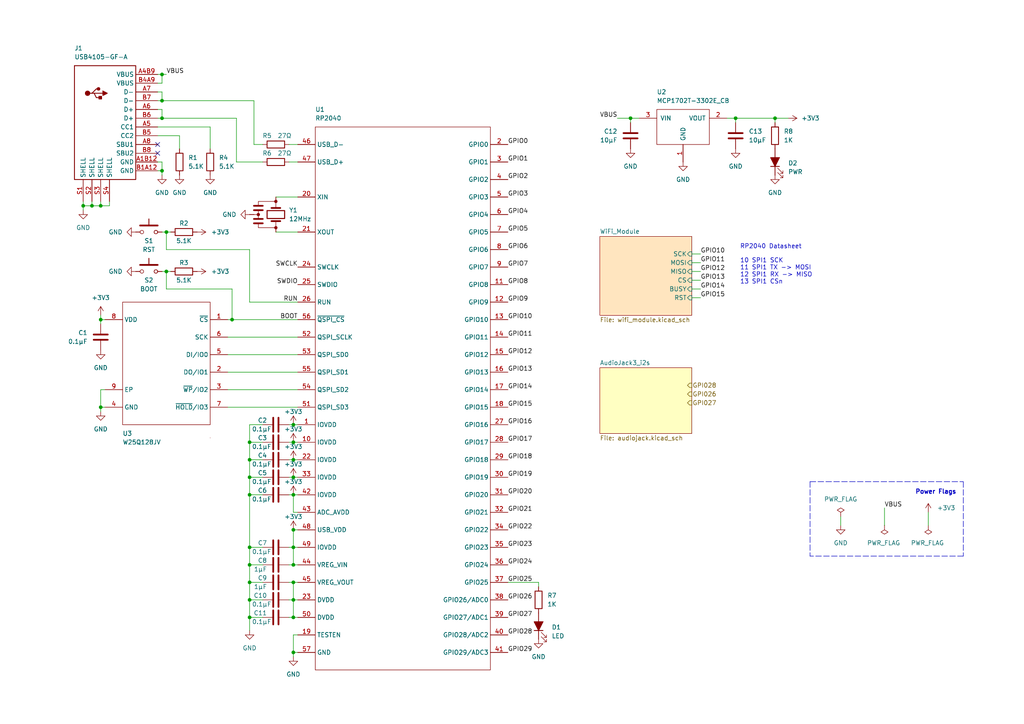
<source format=kicad_sch>
(kicad_sch (version 20211123) (generator eeschema)
  (paper "A4")
  (lib_symbols
    (symbol "Device:C" (pin_numbers hide) (pin_names (offset 0.254))
      (property "Reference" "C" (at 0.635 2.54 0))
      (property "Value" "C" (at 0.635 -2.54 0))
      (symbol "C_0_1"
        (polyline (pts (xy -2.032 -0.762) (xy 2.032 -0.762)) (stroke (width 0.508)))
        (polyline (pts (xy -2.032 0.762) (xy 2.032 0.762)) (stroke (width 0.508)))
      )
      (symbol "C_1_1"
        (pin passive line (at 0 3.81 270) (length 2.794) (name "~") (number "1"))
        (pin passive line (at 0 -3.81 90) (length 2.794) (name "~") (number "2"))
      )
    )
    (symbol "Device:LED_Filled" (pin_numbers hide) (pin_names (offset 1.016) hide)
      (property "Reference" "D" (at 0 2.54 0))
      (property "Value" "LED_Filled" (at 0 -2.54 0))
      (symbol "LED_Filled_0_1"
        (polyline (pts (xy -1.27 -1.27) (xy -1.27 1.27)) (stroke (width 0.254)))
        (polyline (pts (xy -1.27 0) (xy 1.27 0)))
        (polyline (pts (xy 1.27 -1.27) (xy 1.27 1.27) (xy -1.27 0) (xy 1.27 -1.27)) (stroke (width 0.254)) (fill (type outline)))
        (polyline (pts (xy -3.048 -0.762) (xy -4.572 -2.286) (xy -3.81 -2.286) (xy -4.572 -2.286) (xy -4.572 -1.524)))
        (polyline (pts (xy -1.778 -0.762) (xy -3.302 -2.286) (xy -2.54 -2.286) (xy -3.302 -2.286) (xy -3.302 -1.524)))
      )
      (symbol "LED_Filled_1_1"
        (pin passive line (at -3.81 0 0) (length 2.54) (name "K") (number "1"))
        (pin passive line (at 3.81 0 180) (length 2.54) (name "A") (number "2"))
      )
    )
    (symbol "Device:R" (pin_numbers hide) (pin_names (offset 0))
      (property "Reference" "R" (at 2.032 0 90))
      (property "Value" "R" (at 0 0 90))
      (symbol "R_0_1"
        (rectangle (start -1.016 -2.54) (end 1.016 2.54) (stroke (width 0.254)))
      )
      (symbol "R_1_1"
        (pin passive line (at 0 3.81 270) (length 1.27) (name "~") (number "1"))
        (pin passive line (at 0 -3.81 90) (length 1.27) (name "~") (number "2"))
      )
    )
    (symbol "Eclectronics:Crystal" (pin_numbers hide) (pin_names (offset 1.016) hide)
      (property "Reference" "Y" (at 0 7.62 0))
      (property "Value" "Crystal" (at 0 5.08 0))
      (symbol "Crystal_0_1"
        (circle (center -3.81 0) (radius 0.2794) (stroke (width 0.381)))
        (circle (center -3.81 0.127) (radius 0.0001))
        (rectangle (start -1.143 2.54) (end 1.143 -2.54) (stroke (width 0.3048)))
        (circle (center 0 -5.08) (radius 0.2794) (stroke (width 0.381)))
        (polyline (pts (xy -3.81 0) (xy -1.905 0)))
        (polyline (pts (xy -2.54 -3.81) (xy -2.54 -6.35)) (stroke (width 0.508)))
        (polyline (pts (xy -1.905 -1.27) (xy -1.905 1.27)) (stroke (width 0.508)))
        (polyline (pts (xy -1.27 -5.08) (xy 1.27 -5.08)))
        (polyline (pts (xy -1.27 -3.81) (xy -1.27 -6.35)) (stroke (width 0.508)))
        (polyline (pts (xy 0 -6.35) (xy 0 -5.08)))
        (polyline (pts (xy 1.27 -3.81) (xy 1.27 -6.35)) (stroke (width 0.508)))
        (polyline (pts (xy 1.905 -1.27) (xy 1.905 1.27)) (stroke (width 0.508)))
        (polyline (pts (xy 2.54 -3.81) (xy 2.54 -6.35)) (stroke (width 0.508)))
        (polyline (pts (xy 3.81 0) (xy 1.905 0)))
        (polyline (pts (xy -3.81 0) (xy -3.81 -5.08) (xy -2.54 -5.08)))
        (polyline (pts (xy 2.54 -5.08) (xy 3.81 -5.08) (xy 3.81 0)))
        (circle (center 3.81 0) (radius 0.2794) (stroke (width 0.381)))
      )
      (symbol "Crystal_1_1"
        (pin passive line (at -5.08 0 0) (length 1.27) (name "1") (number "1"))
        (pin passive line (at 0 -7.62 90) (length 1.27) (name "2") (number "2"))
        (pin passive line (at 5.08 0 180) (length 1.27) (name "3") (number "3"))
      )
    )
    (symbol "Eclectronics:MCP1702T-3302E_CB" (pin_names (offset 1.016))
      (property "Reference" "U" (at 0 8.89 0))
      (property "Value" "MCP1702T-3302E_CB" (at 0 6.35 0))
      (symbol "MCP1702T-3302E_CB_0_1"
        (rectangle (start 7.62 5.08) (end -7.62 -5.08))
      )
      (symbol "MCP1702T-3302E_CB_1_1"
        (pin input line (at 0 -10.16 90) (length 5.08) (name "GND") (number "1"))
        (pin input line (at 12.7 2.54 180) (length 5.08) (name "VOUT") (number "2"))
        (pin input line (at -12.7 2.54 0) (length 5.08) (name "VIN") (number "3"))
      )
    )
    (symbol "Eclectronics:RP2040"
      (property "Reference" "U" (at -25.4 82.55 0))
      (property "Value" "RP2040" (at -25.4 80.01 0))
      (symbol "RP2040_0_1"
        (rectangle (start -25.4 78.74) (end 25.4 -78.74))
        (rectangle (start 22.86 73.66) (end 22.86 73.66))
        (rectangle (start 22.86 73.66) (end 22.86 73.66))
      )
      (symbol "RP2040_1_1"
        (pin power_in line (at -30.48 -7.62 0) (length 5.08) (name "IOVDD") (number "1"))
        (pin power_in line (at -30.48 -12.7 0) (length 5.08) (name "IOVDD") (number "10"))
        (pin bidirectional line (at 30.48 33.02 180) (length 5.08) (name "GPIO8") (number "11"))
        (pin bidirectional line (at 30.48 27.94 180) (length 5.08) (name "GPIO9") (number "12"))
        (pin bidirectional line (at 30.48 22.86 180) (length 5.08) (name "GPIO10") (number "13"))
        (pin bidirectional line (at 30.48 17.78 180) (length 5.08) (name "GPIO11") (number "14"))
        (pin bidirectional line (at 30.48 12.7 180) (length 5.08) (name "GPIO12") (number "15"))
        (pin bidirectional line (at 30.48 7.62 180) (length 5.08) (name "GPIO13") (number "16"))
        (pin bidirectional line (at 30.48 2.54 180) (length 5.08) (name "GPIO14") (number "17"))
        (pin bidirectional line (at 30.48 -2.54 180) (length 5.08) (name "GPIO15") (number "18"))
        (pin input line (at -30.48 -68.58 0) (length 5.08) (name "TESTEN") (number "19"))
        (pin bidirectional line (at 30.48 73.66 180) (length 5.08) (name "GPIO0") (number "2"))
        (pin bidirectional line (at -30.48 58.42 0) (length 5.08) (name "XIN") (number "20"))
        (pin bidirectional line (at -30.48 48.26 0) (length 5.08) (name "XOUT") (number "21"))
        (pin power_in line (at -30.48 -17.78 0) (length 5.08) (name "IOVDD") (number "22"))
        (pin power_in line (at -30.48 -58.42 0) (length 5.08) (name "DVDD") (number "23"))
        (pin bidirectional line (at -30.48 38.1 0) (length 5.08) (name "SWCLK") (number "24"))
        (pin bidirectional line (at -30.48 33.02 0) (length 5.08) (name "SWDIO") (number "25"))
        (pin bidirectional line (at -30.48 27.94 0) (length 5.08) (name "RUN") (number "26"))
        (pin bidirectional line (at 30.48 -7.62 180) (length 5.08) (name "GPIO16") (number "27"))
        (pin bidirectional line (at 30.48 -12.7 180) (length 5.08) (name "GPIO17") (number "28"))
        (pin bidirectional line (at 30.48 -17.78 180) (length 5.08) (name "GPIO18") (number "29"))
        (pin bidirectional line (at 30.48 68.58 180) (length 5.08) (name "GPIO1") (number "3"))
        (pin bidirectional line (at 30.48 -22.86 180) (length 5.08) (name "GPIO19") (number "30"))
        (pin bidirectional line (at 30.48 -27.94 180) (length 5.08) (name "GPIO20") (number "31"))
        (pin bidirectional line (at 30.48 -33.02 180) (length 5.08) (name "GPIO21") (number "32"))
        (pin power_in line (at -30.48 -22.86 0) (length 5.08) (name "IOVDD") (number "33"))
        (pin bidirectional line (at 30.48 -38.1 180) (length 5.08) (name "GPIO22") (number "34"))
        (pin bidirectional line (at 30.48 -43.18 180) (length 5.08) (name "GPIO23") (number "35"))
        (pin bidirectional line (at 30.48 -48.26 180) (length 5.08) (name "GPIO24") (number "36"))
        (pin bidirectional line (at 30.48 -53.34 180) (length 5.08) (name "GPIO25") (number "37"))
        (pin bidirectional line (at 30.48 -58.42 180) (length 5.08) (name "GPIO26/ADC0") (number "38"))
        (pin bidirectional line (at 30.48 -63.5 180) (length 5.08) (name "GPIO27/ADC1") (number "39"))
        (pin bidirectional line (at 30.48 63.5 180) (length 5.08) (name "GPIO2") (number "4"))
        (pin bidirectional line (at 30.48 -68.58 180) (length 5.08) (name "GPIO28/ADC2") (number "40"))
        (pin bidirectional line (at 30.48 -73.66 180) (length 5.08) (name "GPIO29/ADC3") (number "41"))
        (pin power_in line (at -30.48 -27.94 0) (length 5.08) (name "IOVDD") (number "42"))
        (pin power_in line (at -30.48 -33.02 0) (length 5.08) (name "ADC_AVDD") (number "43"))
        (pin power_in line (at -30.48 -48.26 0) (length 5.08) (name "VREG_VIN") (number "44"))
        (pin power_out line (at -30.48 -53.34 0) (length 5.08) (name "VREG_VOUT") (number "45"))
        (pin bidirectional line (at -30.48 73.66 0) (length 5.08) (name "USB_D-") (number "46"))
        (pin bidirectional line (at -30.48 68.58 0) (length 5.08) (name "USB_D+") (number "47"))
        (pin power_in line (at -30.48 -38.1 0) (length 5.08) (name "USB_VDD") (number "48"))
        (pin power_in line (at -30.48 -43.18 0) (length 5.08) (name "IOVDD") (number "49"))
        (pin bidirectional line (at 30.48 58.42 180) (length 5.08) (name "GPIO3") (number "5"))
        (pin power_in line (at -30.48 -63.5 0) (length 5.08) (name "DVDD") (number "50"))
        (pin bidirectional line (at -30.48 -2.54 0) (length 5.08) (name "QSPI_SD3") (number "51"))
        (pin bidirectional line (at -30.48 17.78 0) (length 5.08) (name "QSPI_SCLK") (number "52"))
        (pin bidirectional line (at -30.48 12.7 0) (length 5.08) (name "QSPI_SD0") (number "53"))
        (pin bidirectional line (at -30.48 2.54 0) (length 5.08) (name "QSPI_SD2") (number "54"))
        (pin bidirectional line (at -30.48 7.62 0) (length 5.08) (name "QSPI_SD1") (number "55"))
        (pin bidirectional line (at -30.48 22.86 0) (length 5.08) (name "~{QSPI_CS}") (number "56"))
        (pin power_in line (at -30.48 -73.66 0) (length 5.08) (name "GND") (number "57"))
        (pin bidirectional line (at 30.48 53.34 180) (length 5.08) (name "GPIO4") (number "6"))
        (pin bidirectional line (at 30.48 48.26 180) (length 5.08) (name "GPIO5") (number "7"))
        (pin bidirectional line (at 30.48 43.18 180) (length 5.08) (name "GPIO6") (number "8"))
        (pin bidirectional line (at 30.48 38.1 180) (length 5.08) (name "GPIO7") (number "9"))
      )
    )
    (symbol "Eclectronics:SW" (pin_numbers hide) (pin_names (offset 1.016) hide)
      (property "Reference" "S" (at 1.27 2.54 0))
      (property "Value" "SW" (at 1.27 -2.54 0))
      (symbol "SW_0_1"
        (circle (center 0 -2.032) (radius 0.508))
        (polyline (pts (xy -1.905 -2.54) (xy -1.905 2.54)) (stroke (width 0.508)))
        (polyline (pts (xy -1.905 0) (xy -3.81 0)) (stroke (width 0.254)))
        (circle (center 0 2.032) (radius 0.508))
        (circle (center 0 2.032) (radius 0.508))
      )
      (symbol "SW_1_1"
        (pin input line (at 0 -3.81 90) (length 1.27) (name "1") (number "1"))
        (pin input line (at 0 3.81 270) (length 1.27) (name "2") (number "2"))
      )
    )
    (symbol "Eclectronics:USB4105-GF-A"
      (property "Reference" "J" (at -8.89 20.32 0))
      (property "Value" "USB4105-GF-A" (at -8.89 17.78 0))
      (symbol "USB4105-GF-A_0_1"
        (rectangle (start -8.89 16.51) (end 8.89 -16.51) (stroke (width 0.254)))
        (circle (center -5.08 8.509) (radius 0.635) (stroke (width 0.254)) (fill (type outline)))
        (circle (center -1.905 9.779) (radius 0.381) (stroke (width 0.254)) (fill (type outline)))
        (rectangle (start -1.016 7.62) (end -1.778 6.858) (stroke (width 0.254)) (fill (type outline)))
        (polyline (pts (xy -3.175 8.509) (xy -0.635 8.509)) (stroke (width 0.254)))
        (polyline (pts (xy -4.445 8.509) (xy -3.81 8.509) (xy -2.54 9.779) (xy -1.905 9.779)) (stroke (width 0.254)))
        (polyline (pts (xy -3.81 8.509) (xy -3.175 8.509) (xy -2.54 7.239) (xy -1.27 7.239)) (stroke (width 0.254)))
        (polyline (pts (xy -0.635 9.144) (xy -0.635 7.874) (xy 0.635 8.509) (xy -0.635 9.144)) (stroke (width 0.254)) (fill (type outline)))
      )
      (symbol "USB4105-GF-A_1_1"
        (pin power_in line (at 15.24 -11.43 180) (length 6.35) (name "GND") (number "A1B12"))
        (pin power_in line (at 15.24 13.97 180) (length 6.35) (name "VBUS") (number "A4B9"))
        (pin bidirectional line (at 15.24 -1.27 180) (length 6.35) (name "CC1") (number "A5"))
        (pin bidirectional line (at 15.24 3.81 180) (length 6.35) (name "D+") (number "A6"))
        (pin bidirectional line (at 15.24 8.89 180) (length 6.35) (name "D-") (number "A7"))
        (pin bidirectional line (at 15.24 -6.35 180) (length 6.35) (name "SBU1") (number "A8"))
        (pin power_in line (at 15.24 -13.97 180) (length 6.35) (name "GND") (number "B1A12"))
        (pin power_in line (at 15.24 11.43 180) (length 6.35) (name "VBUS") (number "B4A9"))
        (pin bidirectional line (at 15.24 -3.81 180) (length 6.35) (name "CC2") (number "B5"))
        (pin bidirectional line (at 15.24 1.27 180) (length 6.35) (name "D+") (number "B6"))
        (pin bidirectional line (at 15.24 6.35 180) (length 6.35) (name "D-") (number "B7"))
        (pin bidirectional line (at 15.24 -8.89 180) (length 6.35) (name "SBU2") (number "B8"))
        (pin power_in line (at -6.35 -22.86 90) (length 6.35) (name "SHELL") (number "S1"))
        (pin power_in line (at -3.81 -22.86 90) (length 6.35) (name "SHELL") (number "S2"))
        (pin power_in line (at -1.27 -22.86 90) (length 6.35) (name "SHELL") (number "S3"))
        (pin power_in line (at 1.27 -22.86 90) (length 6.35) (name "SHELL") (number "S4"))
      )
    )
    (symbol "Eclectronics:W25Q128JV"
      (property "Reference" "U" (at -12.7 21.59 0))
      (property "Value" "W25Q128JV" (at -12.7 19.05 0))
      (symbol "W25Q128JV_0_1"
        (rectangle (start -12.7 17.78) (end 12.7 -17.78))
        (rectangle (start 12.7 -21.59) (end 12.7 -21.59))
      )
      (symbol "W25Q128JV_1_1"
        (pin input line (at 17.78 12.7 180) (length 5.08) (name "~{CS}") (number "1"))
        (pin bidirectional line (at 17.78 -2.54 180) (length 5.08) (name "DO/IO1") (number "2"))
        (pin bidirectional line (at 17.78 -7.62 180) (length 5.08) (name "~{WP}/IO2") (number "3"))
        (pin power_in line (at -17.78 -12.7 0) (length 5.08) (name "GND") (number "4"))
        (pin bidirectional line (at 17.78 2.54 180) (length 5.08) (name "DI/IO0") (number "5"))
        (pin input line (at 17.78 7.62 180) (length 5.08) (name "SCK") (number "6"))
        (pin bidirectional line (at 17.78 -12.7 180) (length 5.08) (name "~{HOLD}/IO3") (number "7"))
        (pin power_in line (at -17.78 12.7 0) (length 5.08) (name "VDD") (number "8"))
        (pin power_in line (at -17.78 -7.62 0) (length 5.08) (name "EP") (number "9"))
      )
    )
    (symbol "power:+3V3" (power) (pin_names (offset 0))
      (property "Value" "+3V3" (at 0 3.556 0))
      (symbol "+3V3_0_1"
        (polyline (pts (xy -0.762 1.27) (xy 0 2.54)))
        (polyline (pts (xy 0 0) (xy 0 2.54)))
        (polyline (pts (xy 0 2.54) (xy 0.762 1.27)))
      )
      (symbol "+3V3_1_1"
        (pin power_in line (at 0 0 90) (length 0) hide (name "+3V3") (number "1"))
      )
    )
    (symbol "power:GND" (power) (pin_names (offset 0))
      (property "Value" "GND" (at 0 -3.81 0))
      (symbol "GND_0_1"
        (polyline (pts (xy 0 0) (xy 0 -1.27) (xy 1.27 -1.27) (xy 0 -2.54) (xy -1.27 -1.27) (xy 0 -1.27)))
      )
      (symbol "GND_1_1"
        (pin power_in line (at 0 0 270) (length 0) hide (name "GND") (number "1"))
      )
    )
    (symbol "power:PWR_FLAG" (power) (pin_numbers hide) (pin_names (offset 0) hide)
      (property "Value" "PWR_FLAG" (at 0 3.81 0))
      (symbol "PWR_FLAG_0_0"
        (pin power_out line (at 0 0 90) (length 0) (name "pwr") (number "1"))
      )
      (symbol "PWR_FLAG_0_1"
        (polyline (pts (xy 0 0) (xy 0 1.27) (xy -1.016 1.905) (xy 0 2.54) (xy 1.016 1.905) (xy 0 1.27)))
      )
    )
  )
  (junction (at 72.39 138.43))
  (junction (at 46.99 34.29))
  (junction (at 85.09 189.23))
  (junction (at 48.26 78.74))
  (junction (at 85.09 138.43))
  (junction (at 72.39 173.99))
  (junction (at 29.21 59.69))
  (junction (at 72.39 143.51))
  (junction (at 85.09 143.51))
  (junction (at 26.67 59.69))
  (junction (at 85.09 168.91))
  (junction (at 48.26 67.31))
  (junction (at 85.09 123.19))
  (junction (at 224.79 34.29))
  (junction (at 46.99 49.53))
  (junction (at 85.09 128.27))
  (junction (at 72.39 128.27))
  (junction (at 67.31 92.71))
  (junction (at 72.39 158.75))
  (junction (at 72.39 168.91))
  (junction (at 85.09 153.67))
  (junction (at 85.09 173.99))
  (junction (at 85.09 158.75))
  (junction (at 85.09 163.83))
  (junction (at 182.88 34.29))
  (junction (at 72.39 163.83))
  (junction (at 29.21 118.11))
  (junction (at 72.39 179.07))
  (junction (at 46.99 21.59))
  (junction (at 213.36 34.29))
  (junction (at 85.09 133.35))
  (junction (at 72.39 133.35))
  (junction (at 46.99 29.21))
  (junction (at 24.13 59.69))
  (junction (at 85.09 179.07))
  (junction (at 29.21 92.71))
  (no_connect (at 45.72 41.91))
  (no_connect (at 45.72 44.45))
  (polyline (pts (xy 279.4 139.7) (xy 279.4 161.29)))
  (wire (pts (xy 85.09 143.51) (xy 86.36 143.51)))
  (wire (pts (xy 200.66 73.66) (xy 203.2 73.66)))
  (wire (pts (xy 45.72 39.37) (xy 52.07 39.37)))
  (wire (pts (xy 46.99 31.75) (xy 45.72 31.75)))
  (wire (pts (xy 45.72 34.29) (xy 46.99 34.29)))
  (polyline (pts (xy 279.4 161.29) (xy 234.95 161.29)))
  (wire (pts (xy 83.82 173.99) (xy 85.09 173.99)))
  (wire (pts (xy 67.31 92.71) (xy 86.36 92.71)))
  (wire (pts (xy 66.04 113.03) (xy 86.36 113.03)))
  (wire (pts (xy 72.39 128.27) (xy 72.39 123.19)))
  (wire (pts (xy 72.39 143.51) (xy 76.2 143.51)))
  (wire (pts (xy 83.82 133.35) (xy 85.09 133.35)))
  (wire (pts (xy 72.39 138.43) (xy 76.2 138.43)))
  (wire (pts (xy 83.82 138.43) (xy 85.09 138.43)))
  (wire (pts (xy 29.21 92.71) (xy 30.48 92.71)))
  (wire (pts (xy 72.39 143.51) (xy 72.39 138.43)))
  (wire (pts (xy 85.09 148.59) (xy 86.36 148.59)))
  (wire (pts (xy 147.32 168.91) (xy 156.21 168.91)))
  (wire (pts (xy 182.88 34.29) (xy 185.42 34.29)))
  (wire (pts (xy 85.09 143.51) (xy 85.09 148.59)))
  (wire (pts (xy 46.99 46.99) (xy 46.99 49.53)))
  (wire (pts (xy 46.99 21.59) (xy 48.26 21.59)))
  (wire (pts (xy 85.09 189.23) (xy 85.09 190.5)))
  (wire (pts (xy 29.21 118.11) (xy 29.21 119.38)))
  (wire (pts (xy 72.39 72.39) (xy 72.39 87.63)))
  (wire (pts (xy 29.21 93.98) (xy 29.21 92.71)))
  (wire (pts (xy 72.39 163.83) (xy 72.39 158.75)))
  (wire (pts (xy 200.66 78.74) (xy 203.2 78.74)))
  (wire (pts (xy 46.99 49.53) (xy 46.99 50.8)))
  (wire (pts (xy 85.09 158.75) (xy 86.36 158.75)))
  (wire (pts (xy 85.09 163.83) (xy 86.36 163.83)))
  (polyline (pts (xy 234.95 139.7) (xy 234.95 161.29)))
  (wire (pts (xy 73.66 29.21) (xy 73.66 41.91)))
  (wire (pts (xy 68.58 46.99) (xy 76.2 46.99)))
  (wire (pts (xy 45.72 36.83) (xy 60.96 36.83)))
  (wire (pts (xy 80.01 57.15) (xy 86.36 57.15)))
  (wire (pts (xy 213.36 34.29) (xy 213.36 35.56)))
  (wire (pts (xy 86.36 184.15) (xy 85.09 184.15)))
  (wire (pts (xy 86.36 123.19) (xy 85.09 123.19)))
  (wire (pts (xy 80.01 67.31) (xy 86.36 67.31)))
  (wire (pts (xy 200.66 83.82) (xy 203.2 83.82)))
  (wire (pts (xy 66.04 102.87) (xy 86.36 102.87)))
  (wire (pts (xy 24.13 58.42) (xy 24.13 59.69)))
  (wire (pts (xy 85.09 179.07) (xy 86.36 179.07)))
  (wire (pts (xy 46.99 29.21) (xy 45.72 29.21)))
  (wire (pts (xy 72.39 158.75) (xy 76.2 158.75)))
  (wire (pts (xy 269.24 148.59) (xy 269.24 152.4)))
  (wire (pts (xy 26.67 58.42) (xy 26.67 59.69)))
  (wire (pts (xy 213.36 34.29) (xy 224.79 34.29)))
  (wire (pts (xy 72.39 163.83) (xy 76.2 163.83)))
  (wire (pts (xy 66.04 118.11) (xy 86.36 118.11)))
  (wire (pts (xy 48.26 83.82) (xy 67.31 83.82)))
  (wire (pts (xy 83.82 168.91) (xy 85.09 168.91)))
  (wire (pts (xy 83.82 46.99) (xy 86.36 46.99)))
  (wire (pts (xy 224.79 34.29) (xy 228.6 34.29)))
  (wire (pts (xy 45.72 46.99) (xy 46.99 46.99)))
  (wire (pts (xy 48.26 67.31) (xy 49.53 67.31)))
  (wire (pts (xy 29.21 113.03) (xy 29.21 118.11)))
  (wire (pts (xy 86.36 168.91) (xy 85.09 168.91)))
  (wire (pts (xy 85.09 153.67) (xy 86.36 153.67)))
  (wire (pts (xy 30.48 118.11) (xy 29.21 118.11)))
  (wire (pts (xy 48.26 72.39) (xy 72.39 72.39)))
  (wire (pts (xy 72.39 133.35) (xy 76.2 133.35)))
  (wire (pts (xy 72.39 123.19) (xy 76.2 123.19)))
  (wire (pts (xy 24.13 59.69) (xy 26.67 59.69)))
  (wire (pts (xy 46.99 67.31) (xy 48.26 67.31)))
  (wire (pts (xy 30.48 113.03) (xy 29.21 113.03)))
  (wire (pts (xy 72.39 87.63) (xy 86.36 87.63)))
  (wire (pts (xy 83.82 179.07) (xy 85.09 179.07)))
  (wire (pts (xy 156.21 170.18) (xy 156.21 168.91)))
  (wire (pts (xy 72.39 168.91) (xy 72.39 163.83)))
  (wire (pts (xy 72.39 138.43) (xy 72.39 133.35)))
  (wire (pts (xy 83.82 163.83) (xy 85.09 163.83)))
  (wire (pts (xy 46.99 49.53) (xy 45.72 49.53)))
  (wire (pts (xy 200.66 81.28) (xy 203.2 81.28)))
  (wire (pts (xy 48.26 67.31) (xy 48.26 72.39)))
  (wire (pts (xy 52.07 39.37) (xy 52.07 43.18)))
  (wire (pts (xy 66.04 107.95) (xy 86.36 107.95)))
  (wire (pts (xy 46.99 34.29) (xy 46.99 31.75)))
  (wire (pts (xy 48.26 78.74) (xy 49.53 78.74)))
  (wire (pts (xy 29.21 58.42) (xy 29.21 59.69)))
  (wire (pts (xy 46.99 78.74) (xy 48.26 78.74)))
  (wire (pts (xy 83.82 158.75) (xy 85.09 158.75)))
  (wire (pts (xy 83.82 143.51) (xy 85.09 143.51)))
  (wire (pts (xy 72.39 128.27) (xy 76.2 128.27)))
  (wire (pts (xy 45.72 21.59) (xy 46.99 21.59)))
  (wire (pts (xy 72.39 173.99) (xy 76.2 173.99)))
  (wire (pts (xy 31.75 59.69) (xy 31.75 58.42)))
  (wire (pts (xy 72.39 133.35) (xy 72.39 128.27)))
  (wire (pts (xy 60.96 36.83) (xy 60.96 43.18)))
  (wire (pts (xy 46.99 24.13) (xy 45.72 24.13)))
  (wire (pts (xy 48.26 78.74) (xy 48.26 83.82)))
  (wire (pts (xy 85.09 184.15) (xy 85.09 189.23)))
  (wire (pts (xy 24.13 60.96) (xy 24.13 59.69)))
  (wire (pts (xy 72.39 143.51) (xy 72.39 158.75)))
  (wire (pts (xy 29.21 91.44) (xy 29.21 92.71)))
  (wire (pts (xy 85.09 173.99) (xy 85.09 179.07)))
  (wire (pts (xy 85.09 173.99) (xy 86.36 173.99)))
  (wire (pts (xy 45.72 26.67) (xy 46.99 26.67)))
  (wire (pts (xy 72.39 173.99) (xy 72.39 168.91)))
  (wire (pts (xy 68.58 34.29) (xy 68.58 46.99)))
  (wire (pts (xy 200.66 86.36) (xy 203.2 86.36)))
  (wire (pts (xy 72.39 168.91) (xy 76.2 168.91)))
  (wire (pts (xy 83.82 128.27) (xy 85.09 128.27)))
  (wire (pts (xy 29.21 59.69) (xy 31.75 59.69)))
  (wire (pts (xy 66.04 97.79) (xy 86.36 97.79)))
  (wire (pts (xy 85.09 138.43) (xy 86.36 138.43)))
  (wire (pts (xy 243.84 149.86) (xy 243.84 152.4)))
  (wire (pts (xy 67.31 83.82) (xy 67.31 92.71)))
  (wire (pts (xy 182.88 35.56) (xy 182.88 34.29)))
  (wire (pts (xy 85.09 133.35) (xy 86.36 133.35)))
  (wire (pts (xy 46.99 21.59) (xy 46.99 24.13)))
  (polyline (pts (xy 234.95 139.7) (xy 279.4 139.7)))
  (wire (pts (xy 72.39 182.88) (xy 72.39 179.07)))
  (wire (pts (xy 26.67 59.69) (xy 29.21 59.69)))
  (wire (pts (xy 46.99 29.21) (xy 73.66 29.21)))
  (wire (pts (xy 256.54 147.32) (xy 256.54 152.4)))
  (wire (pts (xy 179.07 34.29) (xy 182.88 34.29)))
  (wire (pts (xy 85.09 168.91) (xy 85.09 173.99)))
  (wire (pts (xy 224.79 34.29) (xy 224.79 35.56)))
  (wire (pts (xy 66.04 92.71) (xy 67.31 92.71)))
  (wire (pts (xy 85.09 128.27) (xy 86.36 128.27)))
  (wire (pts (xy 72.39 179.07) (xy 72.39 173.99)))
  (wire (pts (xy 200.66 76.2) (xy 203.2 76.2)))
  (wire (pts (xy 86.36 189.23) (xy 85.09 189.23)))
  (wire (pts (xy 46.99 34.29) (xy 68.58 34.29)))
  (wire (pts (xy 72.39 179.07) (xy 76.2 179.07)))
  (wire (pts (xy 46.99 26.67) (xy 46.99 29.21)))
  (wire (pts (xy 210.82 34.29) (xy 213.36 34.29)))
  (wire (pts (xy 85.09 153.67) (xy 85.09 158.75)))
  (wire (pts (xy 83.82 123.19) (xy 85.09 123.19)))
  (wire (pts (xy 83.82 41.91) (xy 86.36 41.91)))
  (wire (pts (xy 85.09 158.75) (xy 85.09 163.83)))
  (wire (pts (xy 73.66 41.91) (xy 76.2 41.91)))
  (text "Power Flags" (at 265.43 143.51 0) (effects (font (size 1.27 1.27) (thickness 0.254) bold) (justify left bottom)))
  (text "RP2040 Datasheet\n\n10 SPI1 SCK\n11 SPI1 TX -> MOSI\n12 SPI1 RX -> MISO\n13 SPI1 CSn" (at 214.63 82.55 0) (effects (font (size 1.27 1.27)) (justify left bottom)))
  (label "GPIO14" (at 147.32 113.03 0))
  (label "GPIO8" (at 147.32 82.55 0))
  (label "GPIO20" (at 147.32 143.51 0))
  (label "GPIO12" (at 147.32 102.87 0))
  (label "GPIO0" (at 147.32 41.91 0))
  (label "GPIO6" (at 147.32 72.39 0))
  (label "BOOT" (at 86.36 92.71 180))
  (label "GPIO2" (at 147.32 52.07 0))
  (label "GPIO13" (at 203.2 81.28 0))
  (label "SWCLK" (at 86.36 77.47 180))
  (label "GPIO10" (at 147.32 92.71 0))
  (label "GPIO11" (at 147.32 97.79 0))
  (label "GPIO11" (at 203.2 76.2 0))
  (label "GPIO15" (at 147.32 118.11 0))
  (label "GPIO15" (at 203.2 86.36 0))
  (label "GPIO27" (at 147.32 179.07 0))
  (label "GPIO21" (at 147.32 148.59 0))
  (label "GPIO5" (at 147.32 67.31 0))
  (label "GPIO22" (at 147.32 153.67 0))
  (label "GPIO10" (at 203.2 73.66 0))
  (label "GPIO19" (at 147.32 138.43 0))
  (label "GPIO17" (at 147.32 128.27 0))
  (label "GPIO28" (at 147.32 184.15 0))
  (label "GPIO25" (at 147.32 168.91 0))
  (label "GPIO4" (at 147.32 62.23 0))
  (label "GPIO7" (at 147.32 77.47 0))
  (label "GPIO16" (at 147.32 123.19 0))
  (label "GPIO18" (at 147.32 133.35 0))
  (label "GPIO29" (at 147.32 189.23 0))
  (label "GPIO9" (at 147.32 87.63 0))
  (label "GPIO12" (at 203.2 78.74 0))
  (label "GPIO3" (at 147.32 57.15 0))
  (label "GPIO23" (at 147.32 158.75 0))
  (label "VBUS" (at 179.07 34.29 180))
  (label "GPIO24" (at 147.32 163.83 0))
  (label "RUN" (at 86.36 87.63 180))
  (label "GPIO14" (at 203.2 83.82 0))
  (label "VBUS" (at 48.26 21.59 0))
  (label "VBUS" (at 256.54 147.32 0))
  (label "GPIO13" (at 147.32 107.95 0))
  (label "GPIO26" (at 147.32 173.99 0))
  (label "SWDIO" (at 86.36 82.55 180))
  (label "GPIO1" (at 147.32 46.99 0))
  (hierarchical_label "GPI026" (shape input) (at 199.39 114.3 0))
  (hierarchical_label "GPI028" (shape input) (at 199.39 111.76 0))
  (hierarchical_label "GPI027" (shape input) (at 199.39 116.84 0))
  (symbol (lib_id "Device:C") (at 80.01 138.43 270) (unit 1)
    (property "Reference" "C5" (at 77.47 137.16 90) (effects (justify right)))
    (property "Value" "0.1µF" (at 78.74 139.7 90) (effects (justify right)))
    (property "Footprint" "Final_project:CL10B104JB8NNNC" (effects hide))
  )
  (symbol (lib_id "Device:R") (at 156.21 173.99 0) (unit 1)
    (property "Reference" "R7" (at 158.75 172.7199 0) (effects (justify left)))
    (property "Value" "1K" (at 158.75 175.2599 0) (effects (justify left)))
    (property "Footprint" "Final_project:RC0603FR-071KL" (effects hide))
  )
  (symbol (lib_id "Device:C") (at 80.01 179.07 270) (unit 1)
    (property "Reference" "C11" (at 77.47 177.8 90) (effects (justify right)))
    (property "Value" "0.1µF" (at 78.74 180.34 90) (effects (justify right)))
    (property "Footprint" "Final_project:CL10B104JB8NNNC" (effects hide))
  )
  (symbol (lib_id "power:PWR_FLAG") (at 243.84 149.86 0) (unit 1)
    (property "Reference" "#FLG0103" (effects hide))
    (property "Value" "PWR_FLAG" (at 243.84 144.78 0))
  )
  (symbol (lib_id "power:GND") (at 198.12 46.99 0) (unit 1)
    (property "Reference" "#PWR0116" (effects hide))
    (property "Value" "GND" (at 198.12 52.07 0))
  )
  (symbol (lib_id "Eclectronics:USB4105-GF-A") (at 30.48 35.56 0) (unit 1)
    (property "Reference" "J1" (at 21.59 13.97 0) (effects (justify left)))
    (property "Value" "USB4105-GF-A" (at 21.59 16.51 0) (effects (justify left)))
    (property "Footprint" "Final_project:USB4105-GF-A" (effects hide))
  )
  (symbol (lib_id "power:PWR_FLAG") (at 256.54 152.4 180) (unit 1)
    (property "Reference" "#FLG0102" (effects hide))
    (property "Value" "PWR_FLAG" (at 251.46 157.48 0) (effects (justify right)))
  )
  (symbol (lib_id "power:GND") (at 72.39 62.23 270) (unit 1)
    (property "Reference" "#PWR0107" (effects hide))
    (property "Value" "GND" (at 68.58 62.2299 90) (effects (justify right)))
  )
  (symbol (lib_id "Device:C") (at 182.88 39.37 0) (mirror x) (unit 1)
    (property "Reference" "C12" (at 179.07 38.0999 0) (effects (justify right)))
    (property "Value" "10µF" (at 179.07 40.6399 0) (effects (justify right)))
    (property "Footprint" "Final_project:GRM188R61E106KA73D" (effects hide))
  )
  (symbol (lib_id "power:+3V3") (at 85.09 143.51 0) (unit 1)
    (property "Reference" "#PWR0124" (effects hide))
    (property "Value" "+3V3" (at 85.09 139.7 0))
  )
  (symbol (lib_id "Eclectronics:MCP1702T-3302E_CB") (at 198.12 36.83 0) (unit 1)
    (property "Reference" "U2" (at 190.5 26.67 0) (effects (justify left)))
    (property "Value" "MCP1702T-3302E_CB" (at 190.5 29.21 0) (effects (justify left)))
    (property "Footprint" "MP1:MCP1702T-3302E&slash_CB" (effects hide))
  )
  (symbol (lib_id "power:+3V3") (at 57.15 67.31 270) (unit 1)
    (property "Reference" "#PWR0108" (effects hide))
    (property "Value" "+3V3" (at 61.214 67.3099 90) (effects (justify left)))
  )
  (symbol (lib_id "power:GND") (at 29.21 119.38 0) (unit 1)
    (property "Reference" "#PWR0101" (effects hide))
    (property "Value" "GND" (at 29.21 124.46 0))
  )
  (symbol (lib_id "Device:R") (at 53.34 78.74 90) (unit 1)
    (property "Reference" "R3" (at 53.34 76.2 90))
    (property "Value" "5.1K" (at 53.34 81.28 90))
    (property "Footprint" "Final_project:RES_ERJ3EKF5101V" (effects hide))
  )
  (symbol (lib_id "Device:C") (at 29.21 97.79 0) (mirror x) (unit 1)
    (property "Reference" "C1" (at 25.4 96.5199 0) (effects (justify right)))
    (property "Value" "0.1µF" (at 25.4 99.0599 0) (effects (justify right)))
    (property "Footprint" "Final_project:CL10B104JB8NNNC" (effects hide))
  )
  (symbol (lib_id "power:GND") (at 224.79 50.8 0) (unit 1)
    (property "Reference" "#PWR0115" (effects hide))
    (property "Value" "GND" (at 224.79 55.88 0))
  )
  (symbol (lib_id "power:GND") (at 39.37 78.74 270) (unit 1)
    (property "Reference" "#PWR0110" (effects hide))
    (property "Value" "GND" (at 35.56 78.7399 90) (effects (justify right)))
  )
  (symbol (lib_id "power:+3V3") (at 85.09 138.43 0) (unit 1)
    (property "Reference" "#PWR0125" (effects hide))
    (property "Value" "+3V3" (at 85.09 134.62 0))
  )
  (symbol (lib_id "Device:C") (at 80.01 163.83 270) (unit 1)
    (property "Reference" "C8" (at 77.47 162.56 90) (effects (justify right)))
    (property "Value" "1µF" (at 77.47 165.1 90) (effects (justify right)))
    (property "Footprint" "Final_project:CL10B105KA8NNNC" (effects hide))
  )
  (symbol (lib_id "Device:R") (at 80.01 46.99 90) (unit 1)
    (property "Reference" "R6" (at 77.47 44.45 90))
    (property "Value" "27Ω" (at 82.55 44.45 90))
    (property "Footprint" "Final_project:RC0603FR-071KL" (effects hide))
  )
  (symbol (lib_id "Device:C") (at 80.01 158.75 270) (unit 1)
    (property "Reference" "C7" (at 77.47 157.48 90) (effects (justify right)))
    (property "Value" "0.1µF" (at 78.74 160.02 90) (effects (justify right)))
    (property "Footprint" "Final_project:CL10B104JB8NNNC" (effects hide))
  )
  (symbol (lib_id "power:+3V3") (at 85.09 153.67 0) (unit 1)
    (property "Reference" "#PWR0126" (effects hide))
    (property "Value" "+3V3" (at 85.09 149.86 0))
  )
  (symbol (lib_id "Device:R") (at 52.07 46.99 0) (unit 1)
    (property "Reference" "R1" (at 54.61 45.7199 0) (effects (justify left)))
    (property "Value" "5.1K" (at 54.61 48.2599 0) (effects (justify left)))
    (property "Footprint" "Final_project:RES_ERJ3EKF5101V" (effects hide))
  )
  (symbol (lib_id "Device:LED_Filled") (at 224.79 46.99 90) (unit 1)
    (property "Reference" "D2" (at 228.6 47.3074 90) (effects (justify right)))
    (property "Value" "PWR" (at 228.6 49.8474 90) (effects (justify right)))
    (property "Footprint" "Final_project:LTST-C170TGKT" (effects hide))
  )
  (symbol (lib_id "power:+3V3") (at 57.15 78.74 270) (unit 1)
    (property "Reference" "#PWR0109" (effects hide))
    (property "Value" "+3V3" (at 61.214 78.7399 90) (effects (justify left)))
  )
  (symbol (lib_id "power:+3V3") (at 85.09 133.35 0) (unit 1)
    (property "Reference" "#PWR0123" (effects hide))
    (property "Value" "+3V3" (at 85.09 129.54 0))
  )
  (symbol (lib_id "power:GND") (at 46.99 50.8 0) (unit 1)
    (property "Reference" "#PWR0103" (effects hide))
    (property "Value" "GND" (at 46.99 55.88 0))
  )
  (symbol (lib_id "power:+3V3") (at 85.09 123.19 0) (unit 1)
    (property "Reference" "#PWR0120" (effects hide))
    (property "Value" "+3V3" (at 85.09 119.38 0))
  )
  (symbol (lib_id "power:GND") (at 182.88 43.18 0) (unit 1)
    (property "Reference" "#PWR0117" (effects hide))
    (property "Value" "GND" (at 182.88 48.26 0))
  )
  (symbol (lib_id "Eclectronics:SW") (at 43.18 78.74 270) (unit 1)
    (property "Reference" "S2" (at 43.18 81.28 90))
    (property "Value" "BOOT" (at 43.18 83.82 90))
    (property "Footprint" "Final_project:KXT321LHS" (effects hide))
  )
  (symbol (lib_id "Eclectronics:RP2040") (at 116.84 115.57 0) (unit 1)
    (property "Reference" "U1" (at 91.44 31.75 0) (effects (justify left)))
    (property "Value" "RP2040" (at 91.44 34.29 0) (effects (justify left)))
    (property "Footprint" "Final_project:RP2040" (effects hide))
    (property "Datasheet" "https://datasheets.raspberrypi.com/rp2040/rp2040-datasheet.pdf" (effects hide))
  )
  (symbol (lib_id "Device:R") (at 224.79 39.37 0) (unit 1)
    (property "Reference" "R8" (at 227.33 38.0999 0) (effects (justify left)))
    (property "Value" "1K" (at 227.33 40.6399 0) (effects (justify left)))
    (property "Footprint" "Final_project:RC0603FR-071KL" (effects hide))
  )
  (symbol (lib_id "Device:C") (at 80.01 128.27 270) (unit 1)
    (property "Reference" "C3" (at 77.47 127 90) (effects (justify right)))
    (property "Value" "0.1µF" (at 78.74 129.54 90) (effects (justify right)))
    (property "Footprint" "Final_project:CL10B104JB8NNNC" (effects hide))
  )
  (symbol (lib_id "power:PWR_FLAG") (at 269.24 152.4 180) (unit 1)
    (property "Reference" "#FLG0101" (effects hide))
    (property "Value" "PWR_FLAG" (at 264.16 157.48 0) (effects (justify right)))
  )
  (symbol (lib_id "power:+3V3") (at 269.24 148.59 0) (unit 1)
    (property "Reference" "#PWR0131" (effects hide))
    (property "Value" "+3V3" (at 271.78 147.3199 0) (effects (justify left)))
  )
  (symbol (lib_id "Device:R") (at 60.96 46.99 0) (unit 1)
    (property "Reference" "R4" (at 63.5 45.7199 0) (effects (justify left)))
    (property "Value" "5.1K" (at 63.5 48.2599 0) (effects (justify left)))
    (property "Footprint" "Final_project:RES_ERJ3EKF5101V" (effects hide))
  )
  (symbol (lib_id "power:GND") (at 156.21 185.42 0) (unit 1)
    (property "Reference" "#PWR0122" (effects hide))
    (property "Value" "GND" (at 156.21 190.5 0))
  )
  (symbol (lib_id "Device:C") (at 80.01 143.51 270) (unit 1)
    (property "Reference" "C6" (at 77.47 142.24 90) (effects (justify right)))
    (property "Value" "0.1µF" (at 78.74 144.78 90) (effects (justify right)))
    (property "Footprint" "Final_project:CL10B104JB8NNNC" (effects hide))
  )
  (symbol (lib_id "Device:R") (at 80.01 41.91 90) (unit 1)
    (property "Reference" "R5" (at 77.47 39.37 90))
    (property "Value" "27Ω" (at 82.55 39.37 90))
    (property "Footprint" "Final_project:RC0603FR-071KL" (effects hide))
  )
  (symbol (lib_id "power:+3V3") (at 29.21 91.44 0) (unit 1)
    (property "Reference" "#PWR0112" (effects hide))
    (property "Value" "+3V3" (at 29.21 86.36 0))
  )
  (symbol (lib_id "power:+3V3") (at 228.6 34.29 270) (unit 1)
    (property "Reference" "#PWR0113" (effects hide))
    (property "Value" "+3V3" (at 232.41 34.2899 90) (effects (justify left)))
  )
  (symbol (lib_id "power:GND") (at 72.39 182.88 0) (unit 1)
    (property "Reference" "#PWR0118" (effects hide))
    (property "Value" "GND" (at 72.39 187.96 0))
  )
  (symbol (lib_id "power:GND") (at 213.36 43.18 0) (unit 1)
    (property "Reference" "#PWR0114" (effects hide))
    (property "Value" "GND" (at 213.36 48.26 0))
  )
  (symbol (lib_id "power:GND") (at 243.84 152.4 0) (unit 1)
    (property "Reference" "#PWR0132" (effects hide))
    (property "Value" "GND" (at 243.84 157.48 0))
  )
  (symbol (lib_id "Eclectronics:Crystal") (at 80.01 62.23 270) (unit 1)
    (property "Reference" "Y1" (at 83.82 60.96 90) (effects (justify left)))
    (property "Value" "12MHz" (at 83.82 63.5 90) (effects (justify left)))
    (property "Footprint" "Final_project:CSTNE" (effects hide))
  )
  (symbol (lib_id "power:GND") (at 85.09 190.5 0) (unit 1)
    (property "Reference" "#PWR0119" (effects hide))
    (property "Value" "GND" (at 85.09 195.58 0))
  )
  (symbol (lib_id "Device:LED_Filled") (at 156.21 181.61 90) (unit 1)
    (property "Reference" "D1" (at 160.02 181.9274 90) (effects (justify right)))
    (property "Value" "LED" (at 160.02 184.4674 90) (effects (justify right)))
    (property "Footprint" "Final_project:LTST-C170TBKT" (effects hide))
  )
  (symbol (lib_id "power:+3V3") (at 85.09 128.27 0) (unit 1)
    (property "Reference" "#PWR0121" (effects hide))
    (property "Value" "+3V3" (at 85.09 124.46 0))
  )
  (symbol (lib_id "Device:R") (at 53.34 67.31 90) (unit 1)
    (property "Reference" "R2" (at 53.34 64.77 90))
    (property "Value" "5.1K" (at 53.34 69.85 90))
    (property "Footprint" "Final_project:RES_ERJ3EKF5101V" (effects hide))
  )
  (symbol (lib_id "Device:C") (at 80.01 168.91 270) (unit 1)
    (property "Reference" "C9" (at 77.47 167.64 90) (effects (justify right)))
    (property "Value" "1µF" (at 77.47 170.18 90) (effects (justify right)))
    (property "Footprint" "Final_project:CL10B105KA8NNNC" (effects hide))
  )
  (symbol (lib_id "Eclectronics:SW") (at 43.18 67.31 270) (unit 1)
    (property "Reference" "S1" (at 43.18 69.85 90))
    (property "Value" "RST" (at 43.18 72.39 90))
    (property "Footprint" "Final_project:KXT321LHS" (effects hide))
  )
  (symbol (lib_id "Device:C") (at 213.36 39.37 0) (unit 1)
    (property "Reference" "C13" (at 217.17 38.0999 0) (effects (justify left)))
    (property "Value" "10µF" (at 217.17 40.6399 0) (effects (justify left)))
    (property "Footprint" "Final_project:GRM188R61E106KA73D" (effects hide))
  )
  (symbol (lib_id "power:GND") (at 29.21 101.6 0) (unit 1)
    (property "Reference" "#PWR0102" (effects hide))
    (property "Value" "GND" (at 29.21 106.68 0))
  )
  (symbol (lib_id "Device:C") (at 80.01 123.19 270) (unit 1)
    (property "Reference" "C2" (at 77.47 121.92 90) (effects (justify right)))
    (property "Value" "0.1µF" (at 78.74 124.46 90) (effects (justify right)))
    (property "Footprint" "Final_project:CL10B104JB8NNNC" (effects hide))
  )
  (symbol (lib_id "Device:C") (at 80.01 173.99 270) (unit 1)
    (property "Reference" "C10" (at 77.47 172.72 90) (effects (justify right)))
    (property "Value" "0.1µF" (at 78.74 175.26 90) (effects (justify right)))
    (property "Footprint" "Final_project:CL10B104JB8NNNC" (effects hide))
  )
  (symbol (lib_id "Eclectronics:W25Q128JV") (at 48.26 105.41 0) (unit 1)
    (property "Reference" "U3" (at 35.56 125.73 0) (effects (justify left)))
    (property "Value" "W25Q128JV" (at 35.56 128.27 0) (effects (justify left)))
    (property "Footprint" "Final_project:MIC_WSON-8-M" (effects hide))
  )
  (symbol (lib_id "power:GND") (at 52.07 50.8 0) (unit 1)
    (property "Reference" "#PWR0104" (effects hide))
    (property "Value" "GND" (at 52.07 55.88 0))
  )
  (symbol (lib_id "power:GND") (at 60.96 50.8 0) (unit 1)
    (property "Reference" "#PWR0105" (effects hide))
    (property "Value" "GND" (at 60.96 55.88 0))
  )
  (symbol (lib_id "power:GND") (at 24.13 60.96 0) (unit 1)
    (property "Reference" "#PWR0106" (effects hide))
    (property "Value" "GND" (at 24.13 66.04 0))
  )
  (symbol (lib_id "power:GND") (at 39.37 67.31 270) (unit 1)
    (property "Reference" "#PWR0111" (effects hide))
    (property "Value" "GND" (at 35.56 67.3099 90) (effects (justify right)))
  )
  (symbol (lib_id "Device:C") (at 80.01 133.35 270) (unit 1)
    (property "Reference" "C4" (at 77.47 132.08 90) (effects (justify right)))
    (property "Value" "0.1µF" (at 78.74 134.62 90) (effects (justify right)))
    (property "Footprint" "Final_project:CL10B104JB8NNNC" (effects hide))
  )
  (sheet (at 173.99 68.58) (size 26.67 22.86) (stroke (width 0.1524)) (fill (color 255 229 191 1.0000))
    (property "Sheet name" "WiFi_Module" (at 173.99 67.8684 0) (effects (justify left bottom)))
    (property "Sheet file" "wifi_module.kicad_sch" (at 173.99 92.0246 0) (effects (justify left top)))
    (pin "SCK" input (at 200.66 73.66 0))
    (pin "MISO" input (at 200.66 78.74 0))
    (pin "MOSI" input (at 200.66 76.2 0))
    (pin "CS" input (at 200.66 81.28 0))
    (pin "BUSY" input (at 200.66 83.82 0))
    (pin "RST" input (at 200.66 86.36 0))
  )
  (sheet (at 173.99 106.68) (size 26.67 19.05) (stroke (width 0.1524)) (fill (color 255 255 194 1.0000))
    (property "Sheet name" "AudioJack3_i2s" (at 173.99 105.9684 0) (effects (justify left bottom)))
    (property "Sheet file" "audiojack.kicad_sch" (at 173.99 126.3146 0) (effects (justify left top)))
  )
)
</source>
